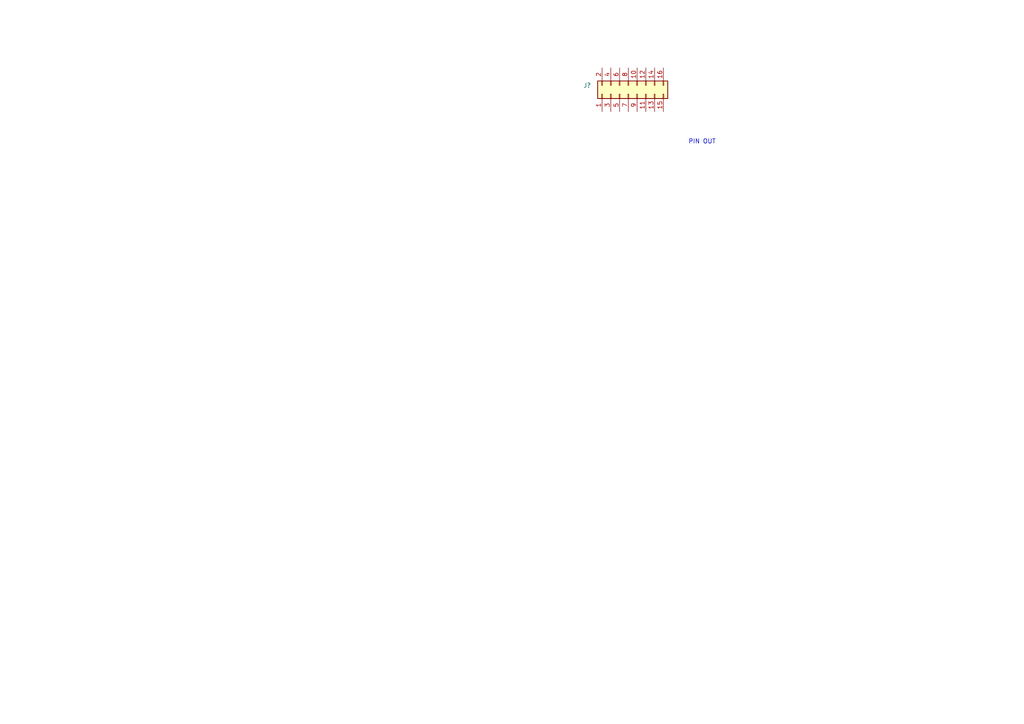
<source format=kicad_sch>
(kicad_sch (version 20211123) (generator eeschema)
  (paper "A4")
  (lib_symbols
    (symbol "Connector_Generic:Conn_02x08_Odd_Even" (pin_names (offset 1.016) hide)
      (property "Reference" "J" (at 1.27 10.16 0))
      (property "Value" "Conn_02x08_Odd_Even" (at 1.27 -12.7 0))
      (symbol "Conn_02x08_Odd_Even_1_1"
        (rectangle (start -1.27 -10.033) (end 0 -10.287) (stroke (width 0.1524)))
        (rectangle (start -1.27 -7.493) (end 0 -7.747) (stroke (width 0.1524)))
        (rectangle (start -1.27 -4.953) (end 0 -5.207) (stroke (width 0.1524)))
        (rectangle (start -1.27 -2.413) (end 0 -2.667) (stroke (width 0.1524)))
        (rectangle (start -1.27 0.127) (end 0 -0.127) (stroke (width 0.1524)))
        (rectangle (start -1.27 2.667) (end 0 2.413) (stroke (width 0.1524)))
        (rectangle (start -1.27 5.207) (end 0 4.953) (stroke (width 0.1524)))
        (rectangle (start -1.27 7.747) (end 0 7.493) (stroke (width 0.1524)))
        (rectangle (start -1.27 8.89) (end 3.81 -11.43) (stroke (width 0.254)) (fill (type background)))
        (rectangle (start 3.81 -10.033) (end 2.54 -10.287) (stroke (width 0.1524)))
        (rectangle (start 3.81 -7.493) (end 2.54 -7.747) (stroke (width 0.1524)))
        (rectangle (start 3.81 -4.953) (end 2.54 -5.207) (stroke (width 0.1524)))
        (rectangle (start 3.81 -2.413) (end 2.54 -2.667) (stroke (width 0.1524)))
        (rectangle (start 3.81 0.127) (end 2.54 -0.127) (stroke (width 0.1524)))
        (rectangle (start 3.81 2.667) (end 2.54 2.413) (stroke (width 0.1524)))
        (rectangle (start 3.81 5.207) (end 2.54 4.953) (stroke (width 0.1524)))
        (rectangle (start 3.81 7.747) (end 2.54 7.493) (stroke (width 0.1524)))
        (pin passive line (at -5.08 7.62 0) (length 3.81) (name "Pin_1") (number "1"))
        (pin passive line (at 7.62 -2.54 180) (length 3.81) (name "Pin_10") (number "10"))
        (pin passive line (at -5.08 -5.08 0) (length 3.81) (name "Pin_11") (number "11"))
        (pin passive line (at 7.62 -5.08 180) (length 3.81) (name "Pin_12") (number "12"))
        (pin passive line (at -5.08 -7.62 0) (length 3.81) (name "Pin_13") (number "13"))
        (pin passive line (at 7.62 -7.62 180) (length 3.81) (name "Pin_14") (number "14"))
        (pin passive line (at -5.08 -10.16 0) (length 3.81) (name "Pin_15") (number "15"))
        (pin passive line (at 7.62 -10.16 180) (length 3.81) (name "Pin_16") (number "16"))
        (pin passive line (at 7.62 7.62 180) (length 3.81) (name "Pin_2") (number "2"))
        (pin passive line (at -5.08 5.08 0) (length 3.81) (name "Pin_3") (number "3"))
        (pin passive line (at 7.62 5.08 180) (length 3.81) (name "Pin_4") (number "4"))
        (pin passive line (at -5.08 2.54 0) (length 3.81) (name "Pin_5") (number "5"))
        (pin passive line (at 7.62 2.54 180) (length 3.81) (name "Pin_6") (number "6"))
        (pin passive line (at -5.08 0 0) (length 3.81) (name "Pin_7") (number "7"))
        (pin passive line (at 7.62 0 180) (length 3.81) (name "Pin_8") (number "8"))
        (pin passive line (at -5.08 -2.54 0) (length 3.81) (name "Pin_9") (number "9"))
      )
    )
  )
  (text "PIN OUT" (at 207.645 41.91 180) (effects (font (size 1.27 1.27)) (justify right bottom)))
  (symbol (lib_id "Connector_Generic:Conn_02x08_Odd_Even") (at 182.245 27.305 90) (unit 1)
    (property "Reference" "J?" (at 171.45 24.7649 90) (effects (justify left)))
    (property "Value" "Conn_02x08_Odd_Even" (effects hide))
  )
)
</source>
